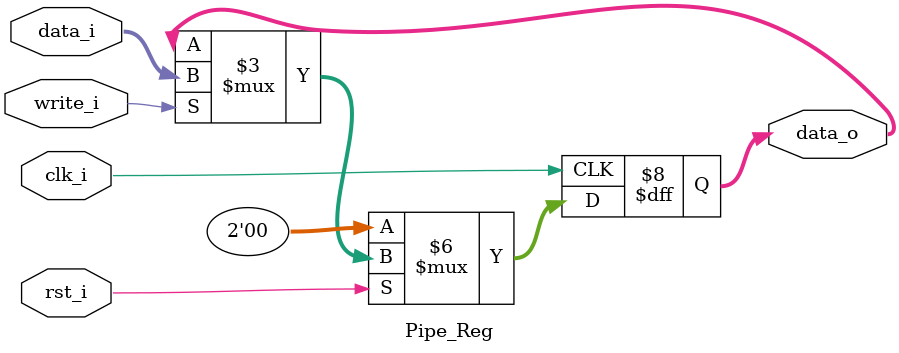
<source format=v>

`timescale 1ns / 1ps
module Pipe_Reg(
    clk_i,
    rst_i,
    write_i,
    data_i,
    data_o
    );

parameter size = 0;

input   clk_i;
input   rst_i;
input   write_i;
input   [size-1:0] data_i;
output reg  [size-1:0] data_o;

always@(posedge clk_i) begin
    if(~rst_i)
        data_o <= 0;
    else if(write_i)
        data_o <= data_i;
end

endmodule

</source>
